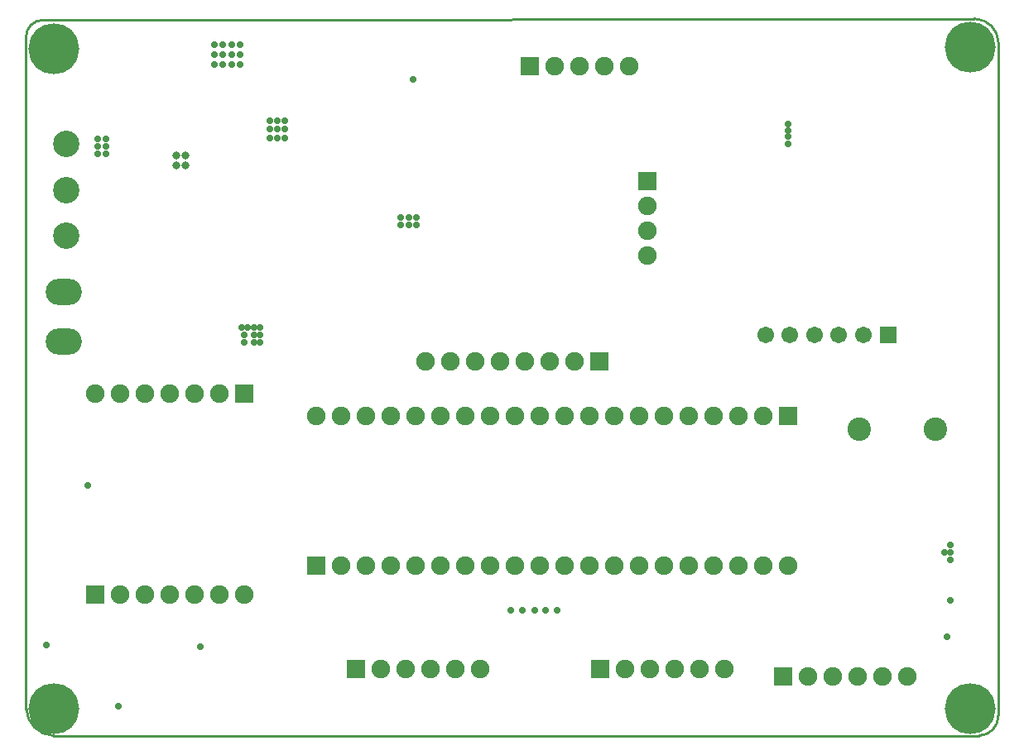
<source format=gbs>
G04*
G04 #@! TF.GenerationSoftware,Altium Limited,Altium Designer,21.7.2 (23)*
G04*
G04 Layer_Color=16711935*
%FSLAX25Y25*%
%MOIN*%
G70*
G04*
G04 #@! TF.SameCoordinates,8516E6F5-4896-463E-9EC1-BE868EEF7334*
G04*
G04*
G04 #@! TF.FilePolarity,Negative*
G04*
G01*
G75*
%ADD11C,0.01000*%
%ADD49C,0.06706*%
%ADD50R,0.06706X0.06706*%
%ADD51R,0.07493X0.07493*%
%ADD52C,0.07493*%
%ADD53R,0.07493X0.07493*%
%ADD54C,0.10642*%
%ADD55O,0.14580X0.10642*%
%ADD56C,0.09461*%
%ADD57C,0.20485*%
%ADD58C,0.02769*%
%ADD59C,0.03200*%
D11*
X581500Y211000D02*
G03*
X589199Y219199I-250J7949D01*
G01*
Y490301D02*
G03*
X579500Y500000I-9699J0D01*
G01*
X197743Y222257D02*
G03*
X209000Y211000I11257J0D01*
G01*
X204500Y499500D02*
G03*
X197698Y492698I0J-6802D01*
G01*
X197500Y221500D02*
Y492443D01*
X589199Y219199D02*
Y490301D01*
X204500Y499501D02*
X579481Y499988D01*
X208500Y210954D02*
X581620Y210954D01*
D49*
X505315Y372500D02*
D03*
X515158Y372500D02*
D03*
X525000D02*
D03*
X534842D02*
D03*
X495472D02*
D03*
D50*
X544685Y372500D02*
D03*
D51*
X428500Y362000D02*
D03*
X400500Y481000D02*
D03*
X285500Y349000D02*
D03*
X225500Y268000D02*
D03*
X314500Y279500D02*
D03*
X502500Y235000D02*
D03*
X504500Y340000D02*
D03*
D52*
X418500Y362000D02*
D03*
X408500D02*
D03*
X398500D02*
D03*
X388500D02*
D03*
X378500D02*
D03*
X368500D02*
D03*
X358500D02*
D03*
X410500Y481000D02*
D03*
X420500D02*
D03*
X430500D02*
D03*
X440500D02*
D03*
X448000Y424500D02*
D03*
Y414500D02*
D03*
Y404500D02*
D03*
X225500Y349000D02*
D03*
X235500D02*
D03*
X245500D02*
D03*
X255500D02*
D03*
X265500D02*
D03*
X275500D02*
D03*
X285500Y268000D02*
D03*
X275500D02*
D03*
X265500D02*
D03*
X255500D02*
D03*
X245500D02*
D03*
X235500D02*
D03*
X464500Y279500D02*
D03*
X454500Y279500D02*
D03*
X444500Y279500D02*
D03*
X434500D02*
D03*
X424500D02*
D03*
X414500D02*
D03*
X404500D02*
D03*
X394500D02*
D03*
X384500D02*
D03*
X374500D02*
D03*
X364500D02*
D03*
X354500D02*
D03*
X344500D02*
D03*
X334500D02*
D03*
X324500D02*
D03*
X474500D02*
D03*
X484500D02*
D03*
X494500D02*
D03*
X504500D02*
D03*
X552500Y235000D02*
D03*
X542500D02*
D03*
X532500D02*
D03*
X522500D02*
D03*
X512500D02*
D03*
X314500Y340000D02*
D03*
X324500Y340000D02*
D03*
X334500D02*
D03*
X344500D02*
D03*
X494500D02*
D03*
X484500D02*
D03*
X474500D02*
D03*
X464500D02*
D03*
X454500D02*
D03*
X444500D02*
D03*
X434500D02*
D03*
X424500D02*
D03*
X414500D02*
D03*
X404500D02*
D03*
X394500D02*
D03*
X384500D02*
D03*
X374500D02*
D03*
X364500D02*
D03*
X354500D02*
D03*
X380500Y238000D02*
D03*
X340500D02*
D03*
X350500D02*
D03*
X360500D02*
D03*
X370500D02*
D03*
X479000D02*
D03*
X439000D02*
D03*
X449000D02*
D03*
X459000D02*
D03*
X469000D02*
D03*
D53*
X448000Y434500D02*
D03*
X330500Y238000D02*
D03*
X429000D02*
D03*
D54*
X214000Y412496D02*
D03*
Y431000D02*
D03*
Y449504D02*
D03*
D55*
X213000Y370000D02*
D03*
Y390000D02*
D03*
D56*
X533291Y334600D02*
D03*
X564000D02*
D03*
D57*
X578000Y488500D02*
D03*
Y222000D02*
D03*
X209000D02*
D03*
Y488000D02*
D03*
D58*
X504500Y449500D02*
D03*
X504476Y452500D02*
D03*
X504500Y455000D02*
D03*
X504476Y457500D02*
D03*
X285505Y369500D02*
D03*
Y372500D02*
D03*
X292000Y369500D02*
D03*
X289500D02*
D03*
X292000Y372500D02*
D03*
X289500D02*
D03*
X292000Y375500D02*
D03*
X289500D02*
D03*
X287000D02*
D03*
X284500D02*
D03*
X570000Y288000D02*
D03*
Y282000D02*
D03*
X411500Y261500D02*
D03*
X407000D02*
D03*
X402500D02*
D03*
X397500D02*
D03*
X393000D02*
D03*
X353500Y475441D02*
D03*
X567500Y285000D02*
D03*
X570000D02*
D03*
X568500Y251000D02*
D03*
X570000Y265500D02*
D03*
X268000Y247000D02*
D03*
X235000Y223000D02*
D03*
X206000Y247500D02*
D03*
X222500Y312000D02*
D03*
X355000Y417000D02*
D03*
X352000D02*
D03*
X348500D02*
D03*
X355000Y420019D02*
D03*
X352000D02*
D03*
X348500D02*
D03*
X226500Y445500D02*
D03*
Y448500D02*
D03*
Y451500D02*
D03*
X230000D02*
D03*
Y448500D02*
D03*
Y445500D02*
D03*
X284000Y489500D02*
D03*
Y485500D02*
D03*
Y481500D02*
D03*
X280500Y489500D02*
D03*
X277000D02*
D03*
X273500D02*
D03*
X280500Y485500D02*
D03*
X277000D02*
D03*
X273500D02*
D03*
Y481500D02*
D03*
X277000D02*
D03*
X280500D02*
D03*
X302000Y452000D02*
D03*
X299000D02*
D03*
X296000D02*
D03*
X302000Y455500D02*
D03*
X299000D02*
D03*
X296000D02*
D03*
X302000Y458824D02*
D03*
X299000D02*
D03*
X296000D02*
D03*
D59*
X258032Y444969D02*
D03*
X261969D02*
D03*
Y441032D02*
D03*
X258032Y441032D02*
D03*
M02*

</source>
